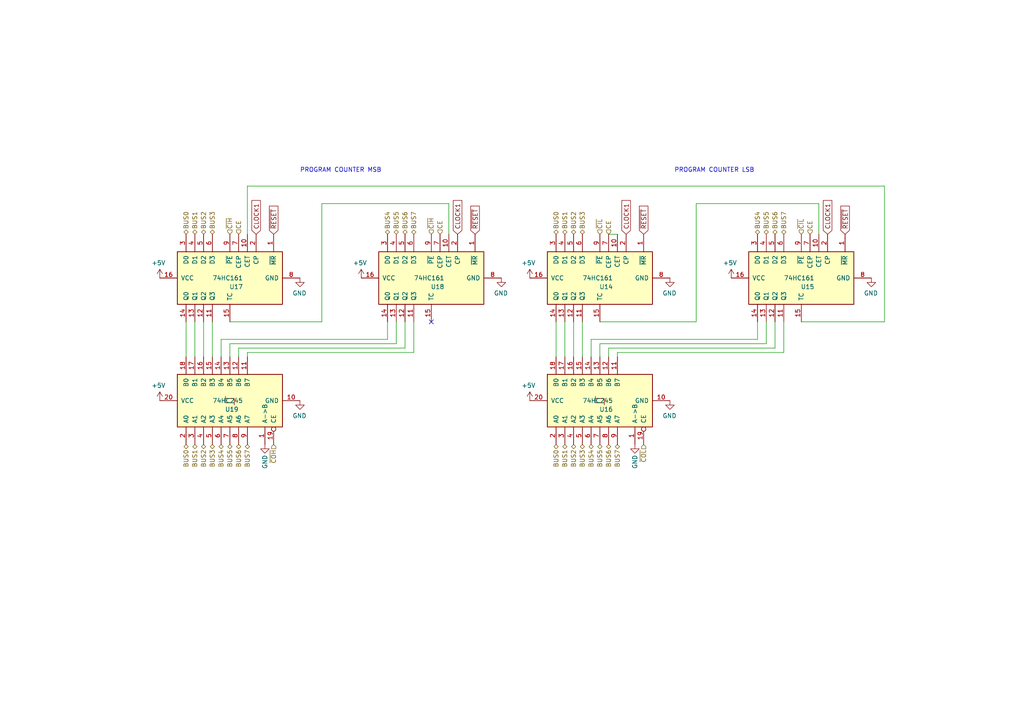
<source format=kicad_sch>
(kicad_sch (version 20211123) (generator eeschema)
  (paper "A4")
  (title_block (title "Program Counter") (date "2022-07-16") (rev "1.6") (comment 2 "creativecommons.org/licenses/by-nc-sa/3.0/deed.en") (comment 3 "License: CC BY-NC-SA 3.0") (comment 4 "Author: Carsten Herting (slu4)"))
  (lib_symbols
    (symbol "74xx:74HC245" (pin_names (offset 1.016))
      (property "Reference" "U" (at -7.62 16.51 0))
      (property "Value" "74HC245" (at -7.62 -16.51 0))
      (symbol "74HC245_1_0"
        (polyline (pts (xy -0.635 -1.27) (xy -0.635 1.27) (xy 0.635 1.27)))
        (polyline (pts (xy -1.27 -1.27) (xy 0.635 -1.27) (xy 0.635 1.27) (xy 1.27 1.27)))
        (pin input line (at -12.7 -10.16 0) (length 5.08) (name "A->B") (number "1"))
        (pin power_in line (at 0 -20.32 90) (length 5.08) (name "GND") (number "10"))
        (pin tri_state line (at 12.7 -5.08 180) (length 5.08) (name "B7") (number "11"))
        (pin tri_state line (at 12.7 -2.54 180) (length 5.08) (name "B6") (number "12"))
        (pin tri_state line (at 12.7 0 180) (length 5.08) (name "B5") (number "13"))
        (pin tri_state line (at 12.7 2.54 180) (length 5.08) (name "B4") (number "14"))
        (pin tri_state line (at 12.7 5.08 180) (length 5.08) (name "B3") (number "15"))
        (pin tri_state line (at 12.7 7.62 180) (length 5.08) (name "B2") (number "16"))
        (pin tri_state line (at 12.7 10.16 180) (length 5.08) (name "B1") (number "17"))
        (pin tri_state line (at 12.7 12.7 180) (length 5.08) (name "B0") (number "18"))
        (pin input inverted (at -12.7 -12.7 0) (length 5.08) (name "CE") (number "19"))
        (pin tri_state line (at -12.7 12.7 0) (length 5.08) (name "A0") (number "2"))
        (pin power_in line (at 0 20.32 270) (length 5.08) (name "VCC") (number "20"))
        (pin tri_state line (at -12.7 10.16 0) (length 5.08) (name "A1") (number "3"))
        (pin tri_state line (at -12.7 7.62 0) (length 5.08) (name "A2") (number "4"))
        (pin tri_state line (at -12.7 5.08 0) (length 5.08) (name "A3") (number "5"))
        (pin tri_state line (at -12.7 2.54 0) (length 5.08) (name "A4") (number "6"))
        (pin tri_state line (at -12.7 0 0) (length 5.08) (name "A5") (number "7"))
        (pin tri_state line (at -12.7 -2.54 0) (length 5.08) (name "A6") (number "8"))
        (pin tri_state line (at -12.7 -5.08 0) (length 5.08) (name "A7") (number "9"))
      )
      (symbol "74HC245_1_1"
        (rectangle (start -7.62 15.24) (end 7.62 -15.24) (stroke (width 0.254)) (fill (type background)))
      )
    )
    (symbol "8-Bit CPU 32k:74HC161" (pin_names (offset 1.016))
      (property "Reference" "U" (at -7.62 16.51 0))
      (property "Value" "74HC161" (at -7.62 -16.51 0))
      (symbol "74HC161_1_0"
        (pin input line (at -12.7 -12.7 0) (length 5.08) (name "~{MR}") (number "1"))
        (pin input line (at -12.7 -5.08 0) (length 5.08) (name "CET") (number "10"))
        (pin output line (at 12.7 5.08 180) (length 5.08) (name "Q3") (number "11"))
        (pin output line (at 12.7 7.62 180) (length 5.08) (name "Q2") (number "12"))
        (pin output line (at 12.7 10.16 180) (length 5.08) (name "Q1") (number "13"))
        (pin output line (at 12.7 12.7 180) (length 5.08) (name "Q0") (number "14"))
        (pin output line (at 12.7 0 180) (length 5.08) (name "TC") (number "15"))
        (pin power_in line (at 0 20.32 270) (length 5.08) (name "VCC") (number "16"))
        (pin input line (at -12.7 -7.62 0) (length 5.08) (name "CP") (number "2"))
        (pin input line (at -12.7 12.7 0) (length 5.08) (name "D0") (number "3"))
        (pin input line (at -12.7 10.16 0) (length 5.08) (name "D1") (number "4"))
        (pin input line (at -12.7 7.62 0) (length 5.08) (name "D2") (number "5"))
        (pin input line (at -12.7 5.08 0) (length 5.08) (name "D3") (number "6"))
        (pin input line (at -12.7 -2.54 0) (length 5.08) (name "CEP") (number "7"))
        (pin power_in line (at 0 -20.32 90) (length 5.08) (name "GND") (number "8"))
        (pin input line (at -12.7 0 0) (length 5.08) (name "~{PE}") (number "9"))
      )
      (symbol "74HC161_1_1"
        (rectangle (start -7.62 15.24) (end 7.62 -15.24) (stroke (width 0.254)) (fill (type background)))
      )
    )
    (symbol "power:+5V" (power) (pin_names (offset 0))
      (property "Value" "+5V" (at 0 3.556 0))
      (symbol "+5V_0_1"
        (polyline (pts (xy -0.762 1.27) (xy 0 2.54)))
        (polyline (pts (xy 0 0) (xy 0 2.54)))
        (polyline (pts (xy 0 2.54) (xy 0.762 1.27)))
      )
      (symbol "+5V_1_1"
        (pin power_in line (at 0 0 90) (length 0) hide (name "+5V") (number "1"))
      )
    )
    (symbol "power:GND" (power) (pin_names (offset 0))
      (property "Value" "GND" (at 0 -3.81 0))
      (symbol "GND_0_1"
        (polyline (pts (xy 0 0) (xy 0 -1.27) (xy 1.27 -1.27) (xy 0 -2.54) (xy -1.27 -1.27) (xy 0 -1.27)))
      )
      (symbol "GND_1_1"
        (pin power_in line (at 0 0 270) (length 0) hide (name "GND") (number "1"))
      )
    )
  )
  (no_connect (at 125.095 93.345))
  (wire (pts (xy 256.54 93.345) (xy 232.41 93.345)))
  (wire (pts (xy 166.37 93.345) (xy 166.37 103.505)))
  (wire (pts (xy 120.015 93.345) (xy 120.015 102.235)))
  (wire (pts (xy 71.755 53.975) (xy 256.54 53.975)))
  (wire (pts (xy 168.91 93.345) (xy 168.91 103.505)))
  (wire (pts (xy 61.595 93.345) (xy 61.595 103.505)))
  (wire (pts (xy 201.93 59.055) (xy 237.49 59.055)))
  (wire (pts (xy 173.99 93.345) (xy 201.93 93.345)))
  (wire (pts (xy 93.345 93.345) (xy 93.345 59.055)))
  (wire (pts (xy 176.53 100.965) (xy 224.79 100.965)))
  (wire (pts (xy 120.015 102.235) (xy 71.755 102.235)))
  (wire (pts (xy 179.07 102.235) (xy 179.07 103.505)))
  (wire (pts (xy 114.935 93.345) (xy 114.935 99.695)))
  (wire (pts (xy 71.755 102.235) (xy 71.755 103.505)))
  (wire (pts (xy 66.675 93.345) (xy 93.345 93.345)))
  (wire (pts (xy 219.71 98.425) (xy 219.71 93.345)))
  (wire (pts (xy 114.935 99.695) (xy 66.675 99.695)))
  (wire (pts (xy 130.175 59.055) (xy 130.175 67.945)))
  (wire (pts (xy 222.25 93.345) (xy 222.25 99.695)))
  (wire (pts (xy 171.45 98.425) (xy 171.45 103.505)))
  (wire (pts (xy 69.215 100.965) (xy 117.475 100.965)))
  (wire (pts (xy 176.53 100.965) (xy 176.53 103.505)))
  (wire (pts (xy 64.135 98.425) (xy 64.135 103.505)))
  (wire (pts (xy 256.54 53.975) (xy 256.54 93.345)))
  (wire (pts (xy 222.25 99.695) (xy 173.99 99.695)))
  (wire (pts (xy 64.135 98.425) (xy 112.395 98.425)))
  (wire (pts (xy 179.07 67.945) (xy 176.53 67.945)))
  (wire (pts (xy 161.29 93.345) (xy 161.29 103.505)))
  (wire (pts (xy 53.975 93.345) (xy 53.975 103.505)))
  (wire (pts (xy 227.33 93.345) (xy 227.33 102.235)))
  (wire (pts (xy 173.99 99.695) (xy 173.99 103.505)))
  (wire (pts (xy 163.83 93.345) (xy 163.83 103.505)))
  (wire (pts (xy 224.79 100.965) (xy 224.79 93.345)))
  (wire (pts (xy 171.45 98.425) (xy 219.71 98.425)))
  (wire (pts (xy 93.345 59.055) (xy 130.175 59.055)))
  (wire (pts (xy 112.395 98.425) (xy 112.395 93.345)))
  (wire (pts (xy 56.515 93.345) (xy 56.515 103.505)))
  (wire (pts (xy 59.055 93.345) (xy 59.055 103.505)))
  (wire (pts (xy 227.33 102.235) (xy 179.07 102.235)))
  (wire (pts (xy 117.475 100.965) (xy 117.475 93.345)))
  (wire (pts (xy 66.675 99.695) (xy 66.675 103.505)))
  (wire (pts (xy 71.755 67.945) (xy 71.755 53.975)))
  (wire (pts (xy 69.215 100.965) (xy 69.215 103.505)))
  (wire (pts (xy 201.93 93.345) (xy 201.93 59.055)))
  (wire (pts (xy 237.49 59.055) (xy 237.49 67.945)))
  (text "PROGRAM COUNTER MSB" (at 86.995 50.165 0) (effects (font (size 1.27 1.27)) (justify left bottom)))
  (text "PROGRAM COUNTER LSB" (at 195.58 50.165 0) (effects (font (size 1.27 1.27)) (justify left bottom)))
  (global_label "~{RESET}" (shape input) (at 186.69 67.945 90) (property "Intersheet References" "${INTERSHEET_REFS}" (effects hide)))
  (global_label "~{RESET}" (shape input) (at 137.795 67.945 90) (property "Intersheet References" "${INTERSHEET_REFS}" (effects hide)))
  (global_label "CLOCK1" (shape input) (at 181.61 67.945 90) (property "Intersheet References" "${INTERSHEET_REFS}" (effects hide)))
  (global_label "~{RESET}" (shape input) (at 245.11 67.945 90) (property "Intersheet References" "${INTERSHEET_REFS}" (effects hide)))
  (global_label "CLOCK1" (shape input) (at 74.295 67.945 90) (property "Intersheet References" "${INTERSHEET_REFS}" (effects hide)))
  (global_label "CLOCK1" (shape input) (at 132.715 67.945 90) (property "Intersheet References" "${INTERSHEET_REFS}" (effects hide)))
  (global_label "~{RESET}" (shape input) (at 79.375 67.945 90) (property "Intersheet References" "${INTERSHEET_REFS}" (effects hide)))
  (global_label "CLOCK1" (shape input) (at 240.03 67.945 90) (property "Intersheet References" "${INTERSHEET_REFS}" (effects hide)))
  (hierarchical_label "~{COH}" (shape input) (at 79.375 128.905 270))
  (hierarchical_label "BUS3" (shape bidirectional) (at 61.595 67.945 90))
  (hierarchical_label "BUS0" (shape bidirectional) (at 53.975 128.905 270))
  (hierarchical_label "BUS6" (shape bidirectional) (at 69.215 128.905 270))
  (hierarchical_label "BUS5" (shape bidirectional) (at 66.675 128.905 270))
  (hierarchical_label "CE" (shape input) (at 69.215 67.945 90))
  (hierarchical_label "CE" (shape input) (at 234.95 67.945 90))
  (hierarchical_label "~{CIH}" (shape input) (at 125.095 67.945 90))
  (hierarchical_label "BUS1" (shape bidirectional) (at 56.515 128.905 270))
  (hierarchical_label "BUS2" (shape bidirectional) (at 166.37 128.905 270))
  (hierarchical_label "BUS6" (shape bidirectional) (at 117.475 67.945 90))
  (hierarchical_label "~{CIL}" (shape input) (at 173.99 67.945 90))
  (hierarchical_label "BUS1" (shape bidirectional) (at 163.83 128.905 270))
  (hierarchical_label "BUS4" (shape bidirectional) (at 112.395 67.945 90))
  (hierarchical_label "BUS5" (shape bidirectional) (at 222.25 67.945 90))
  (hierarchical_label "BUS3" (shape bidirectional) (at 61.595 128.905 270))
  (hierarchical_label "BUS2" (shape bidirectional) (at 59.055 128.905 270))
  (hierarchical_label "BUS6" (shape bidirectional) (at 176.53 128.905 270))
  (hierarchical_label "BUS5" (shape bidirectional) (at 173.99 128.905 270))
  (hierarchical_label "BUS4" (shape bidirectional) (at 171.45 128.905 270))
  (hierarchical_label "BUS7" (shape bidirectional) (at 227.33 67.945 90))
  (hierarchical_label "BUS2" (shape bidirectional) (at 166.37 67.945 90))
  (hierarchical_label "BUS0" (shape bidirectional) (at 161.29 128.905 270))
  (hierarchical_label "BUS1" (shape bidirectional) (at 163.83 67.945 90))
  (hierarchical_label "BUS1" (shape bidirectional) (at 56.515 67.945 90))
  (hierarchical_label "BUS7" (shape bidirectional) (at 179.07 128.905 270))
  (hierarchical_label "BUS3" (shape bidirectional) (at 168.91 128.905 270))
  (hierarchical_label "BUS2" (shape bidirectional) (at 59.055 67.945 90))
  (hierarchical_label "BUS3" (shape bidirectional) (at 168.91 67.945 90))
  (hierarchical_label "BUS7" (shape bidirectional) (at 120.015 67.945 90))
  (hierarchical_label "BUS4" (shape bidirectional) (at 219.71 67.945 90))
  (hierarchical_label "~{CIH}" (shape input) (at 66.675 67.945 90))
  (hierarchical_label "~{COL}" (shape input) (at 186.69 128.905 270))
  (hierarchical_label "BUS0" (shape bidirectional) (at 53.975 67.945 90))
  (hierarchical_label "BUS4" (shape bidirectional) (at 64.135 128.905 270))
  (hierarchical_label "CE" (shape input) (at 176.53 67.945 90))
  (hierarchical_label "BUS5" (shape bidirectional) (at 114.935 67.945 90))
  (hierarchical_label "~{CIL}" (shape input) (at 232.41 67.945 90))
  (hierarchical_label "BUS7" (shape bidirectional) (at 71.755 128.905 270))
  (hierarchical_label "BUS6" (shape bidirectional) (at 224.79 67.945 90))
  (hierarchical_label "CE" (shape input) (at 127.635 67.945 90))
  (hierarchical_label "BUS0" (shape bidirectional) (at 161.29 67.945 90))
  (symbol (lib_id "power:GND") (at 86.995 80.645 0) (mirror y) (unit 1)
    (property "Reference" "#PWR0129" (effects hide))
    (property "Value" "GND" (at 86.868 85.0392 0))
  )
  (symbol (lib_id "74xx:74HC245") (at 173.99 116.205 90) (unit 1)
    (property "Reference" "U16" (at 177.8 118.745 90) (effects (justify left)))
    (property "Value" "74HC245" (at 177.8 116.205 90) (effects (justify left)))
    (property "Footprint" "Package_DIP:DIP-20_W7.62mm" (effects hide))
    (property "Datasheet" "http://www.ti.com/lit/gpn/sn74HC245" (effects hide))
  )
  (symbol (lib_id "power:+5V") (at 212.09 80.645 0) (mirror y) (unit 1)
    (property "Reference" "#PWR0135" (effects hide))
    (property "Value" "+5V" (at 211.709 76.2508 0))
  )
  (symbol (lib_id "power:GND") (at 252.73 80.645 0) (mirror y) (unit 1)
    (property "Reference" "#PWR0134" (effects hide))
    (property "Value" "GND" (at 252.603 85.0392 0))
  )
  (symbol (lib_id "power:GND") (at 194.31 80.645 0) (mirror y) (unit 1)
    (property "Reference" "#PWR0136" (effects hide))
    (property "Value" "GND" (at 194.183 85.0392 0))
  )
  (symbol (lib_id "power:+5V") (at 153.67 80.645 0) (mirror y) (unit 1)
    (property "Reference" "#PWR0139" (effects hide))
    (property "Value" "+5V" (at 153.289 76.2508 0))
  )
  (symbol (lib_id "power:GND") (at 194.31 116.205 0) (mirror y) (unit 1)
    (property "Reference" "#PWR0137" (effects hide))
    (property "Value" "GND" (at 194.183 120.5992 0))
  )
  (symbol (lib_id "power:+5V") (at 153.67 116.205 0) (mirror y) (unit 1)
    (property "Reference" "#PWR0140" (effects hide))
    (property "Value" "+5V" (at 153.289 111.8108 0))
  )
  (symbol (lib_id "power:GND") (at 184.15 128.905 0) (mirror y) (unit 1)
    (property "Reference" "#PWR0138" (effects hide))
    (property "Value" "GND" (at 184.15 133.985 90))
  )
  (symbol (lib_id "74xx:74HC245") (at 66.675 116.205 90) (unit 1)
    (property "Reference" "U19" (at 69.215 118.745 90) (effects (justify left)))
    (property "Value" "74HC245" (at 70.485 116.205 90) (effects (justify left)))
    (property "Footprint" "Package_DIP:DIP-20_W7.62mm" (effects hide))
    (property "Datasheet" "http://www.ti.com/lit/gpn/sn74HC245" (effects hide))
  )
  (symbol (lib_id "power:+5V") (at 104.775 80.645 0) (mirror y) (unit 1)
    (property "Reference" "#PWR0128" (effects hide))
    (property "Value" "+5V" (at 104.394 76.2508 0))
  )
  (symbol (lib_id "power:GND") (at 145.415 80.645 0) (mirror y) (unit 1)
    (property "Reference" "#PWR0127" (effects hide))
    (property "Value" "GND" (at 145.288 85.0392 0))
  )
  (symbol (lib_id "power:+5V") (at 46.355 80.645 0) (mirror y) (unit 1)
    (property "Reference" "#PWR0132" (effects hide))
    (property "Value" "+5V" (at 45.974 76.2508 0))
  )
  (symbol (lib_id "power:GND") (at 86.995 116.205 0) (mirror y) (unit 1)
    (property "Reference" "#PWR0130" (effects hide))
    (property "Value" "GND" (at 86.868 120.5992 0))
  )
  (symbol (lib_id "power:+5V") (at 46.355 116.205 0) (mirror y) (unit 1)
    (property "Reference" "#PWR0133" (effects hide))
    (property "Value" "+5V" (at 45.974 111.8108 0))
  )
  (symbol (lib_id "power:GND") (at 76.835 128.905 0) (mirror y) (unit 1)
    (property "Reference" "#PWR0131" (effects hide))
    (property "Value" "GND" (at 76.835 133.985 90))
  )
  (symbol (lib_id "8-Bit CPU 32k:74HC161") (at 173.99 80.645 90) (mirror x) (unit 1)
    (property "Reference" "U14" (at 177.8 83.185 90) (effects (justify left)))
    (property "Value" "74HC161" (at 177.8 80.645 90) (effects (justify left)))
    (property "Footprint" "Package_DIP:DIP-16_W7.62mm" (effects hide))
    (property "Datasheet" "http://www.ti.com/lit/gpn/sn74LS161" (effects hide))
  )
  (symbol (lib_id "8-Bit CPU 32k:74HC161") (at 232.41 80.645 90) (mirror x) (unit 1)
    (property "Reference" "U15" (at 236.22 83.185 90) (effects (justify left)))
    (property "Value" "74HC161" (at 236.22 80.645 90) (effects (justify left)))
    (property "Footprint" "Package_DIP:DIP-16_W7.62mm" (effects hide))
    (property "Datasheet" "http://www.ti.com/lit/gpn/sn74LS161" (effects hide))
  )
  (symbol (lib_id "8-Bit CPU 32k:74HC161") (at 66.675 80.645 90) (mirror x) (unit 1)
    (property "Reference" "U17" (at 70.485 83.185 90) (effects (justify left)))
    (property "Value" "74HC161" (at 70.485 80.645 90) (effects (justify left)))
    (property "Footprint" "Package_DIP:DIP-16_W7.62mm" (effects hide))
    (property "Datasheet" "http://www.ti.com/lit/gpn/sn74LS161" (effects hide))
  )
  (symbol (lib_id "8-Bit CPU 32k:74HC161") (at 125.095 80.645 90) (mirror x) (unit 1)
    (property "Reference" "U18" (at 128.905 83.185 90) (effects (justify left)))
    (property "Value" "74HC161" (at 128.905 80.645 90) (effects (justify left)))
    (property "Footprint" "Package_DIP:DIP-16_W7.62mm" (effects hide))
    (property "Datasheet" "http://www.ti.com/lit/gpn/sn74LS161" (effects hide))
  )
)
</source>
